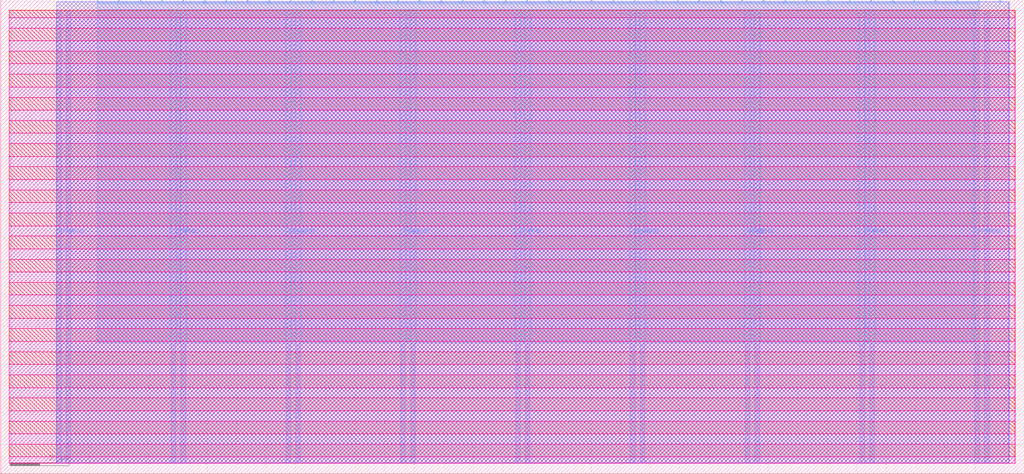
<source format=lef>
VERSION 5.7 ;
  NOWIREEXTENSIONATPIN ON ;
  DIVIDERCHAR "/" ;
  BUSBITCHARS "[]" ;
MACRO tt_um_flummer_ltc
  CLASS BLOCK ;
  FOREIGN tt_um_flummer_ltc ;
  ORIGIN 0.000 0.000 ;
  SIZE 346.640 BY 160.720 ;
  PIN VGND
    DIRECTION INOUT ;
    USE GROUND ;
    PORT
      LAYER Metal4 ;
        RECT 22.180 3.620 23.780 157.100 ;
    END
    PORT
      LAYER Metal4 ;
        RECT 61.050 3.620 62.650 157.100 ;
    END
    PORT
      LAYER Metal4 ;
        RECT 99.920 3.620 101.520 157.100 ;
    END
    PORT
      LAYER Metal4 ;
        RECT 138.790 3.620 140.390 157.100 ;
    END
    PORT
      LAYER Metal4 ;
        RECT 177.660 3.620 179.260 157.100 ;
    END
    PORT
      LAYER Metal4 ;
        RECT 216.530 3.620 218.130 157.100 ;
    END
    PORT
      LAYER Metal4 ;
        RECT 255.400 3.620 257.000 157.100 ;
    END
    PORT
      LAYER Metal4 ;
        RECT 294.270 3.620 295.870 157.100 ;
    END
    PORT
      LAYER Metal4 ;
        RECT 333.140 3.620 334.740 157.100 ;
    END
  END VGND
  PIN VPWR
    DIRECTION INOUT ;
    USE POWER ;
    PORT
      LAYER Metal4 ;
        RECT 18.880 3.620 20.480 157.100 ;
    END
    PORT
      LAYER Metal4 ;
        RECT 57.750 3.620 59.350 157.100 ;
    END
    PORT
      LAYER Metal4 ;
        RECT 96.620 3.620 98.220 157.100 ;
    END
    PORT
      LAYER Metal4 ;
        RECT 135.490 3.620 137.090 157.100 ;
    END
    PORT
      LAYER Metal4 ;
        RECT 174.360 3.620 175.960 157.100 ;
    END
    PORT
      LAYER Metal4 ;
        RECT 213.230 3.620 214.830 157.100 ;
    END
    PORT
      LAYER Metal4 ;
        RECT 252.100 3.620 253.700 157.100 ;
    END
    PORT
      LAYER Metal4 ;
        RECT 290.970 3.620 292.570 157.100 ;
    END
    PORT
      LAYER Metal4 ;
        RECT 329.840 3.620 331.440 157.100 ;
    END
  END VPWR
  PIN clk
    DIRECTION INPUT ;
    USE SIGNAL ;
    ANTENNAGATEAREA 4.738000 ;
    PORT
      LAYER Metal4 ;
        RECT 331.090 159.720 331.390 160.720 ;
    END
  END clk
  PIN ena
    DIRECTION INPUT ;
    USE SIGNAL ;
    PORT
      LAYER Metal4 ;
        RECT 338.370 159.720 338.670 160.720 ;
    END
  END ena
  PIN rst_n
    DIRECTION INPUT ;
    USE SIGNAL ;
    ANTENNAGATEAREA 0.396000 ;
    PORT
      LAYER Metal4 ;
        RECT 323.810 159.720 324.110 160.720 ;
    END
  END rst_n
  PIN ui_in[0]
    DIRECTION INPUT ;
    USE SIGNAL ;
    ANTENNAGATEAREA 0.741000 ;
    PORT
      LAYER Metal4 ;
        RECT 316.530 159.720 316.830 160.720 ;
    END
  END ui_in[0]
  PIN ui_in[1]
    DIRECTION INPUT ;
    USE SIGNAL ;
    ANTENNAGATEAREA 0.741000 ;
    PORT
      LAYER Metal4 ;
        RECT 309.250 159.720 309.550 160.720 ;
    END
  END ui_in[1]
  PIN ui_in[2]
    DIRECTION INPUT ;
    USE SIGNAL ;
    ANTENNAGATEAREA 0.498500 ;
    PORT
      LAYER Metal4 ;
        RECT 301.970 159.720 302.270 160.720 ;
    END
  END ui_in[2]
  PIN ui_in[3]
    DIRECTION INPUT ;
    USE SIGNAL ;
    ANTENNAGATEAREA 1.102000 ;
    PORT
      LAYER Metal4 ;
        RECT 294.690 159.720 294.990 160.720 ;
    END
  END ui_in[3]
  PIN ui_in[4]
    DIRECTION INPUT ;
    USE SIGNAL ;
    ANTENNAGATEAREA 0.396000 ;
    PORT
      LAYER Metal4 ;
        RECT 287.410 159.720 287.710 160.720 ;
    END
  END ui_in[4]
  PIN ui_in[5]
    DIRECTION INPUT ;
    USE SIGNAL ;
    ANTENNAGATEAREA 0.741000 ;
    PORT
      LAYER Metal4 ;
        RECT 280.130 159.720 280.430 160.720 ;
    END
  END ui_in[5]
  PIN ui_in[6]
    DIRECTION INPUT ;
    USE SIGNAL ;
    ANTENNAGATEAREA 0.396000 ;
    PORT
      LAYER Metal4 ;
        RECT 272.850 159.720 273.150 160.720 ;
    END
  END ui_in[6]
  PIN ui_in[7]
    DIRECTION INPUT ;
    USE SIGNAL ;
    ANTENNAGATEAREA 0.396000 ;
    PORT
      LAYER Metal4 ;
        RECT 265.570 159.720 265.870 160.720 ;
    END
  END ui_in[7]
  PIN uio_in[0]
    DIRECTION INPUT ;
    USE SIGNAL ;
    ANTENNAGATEAREA 1.102000 ;
    PORT
      LAYER Metal4 ;
        RECT 258.290 159.720 258.590 160.720 ;
    END
  END uio_in[0]
  PIN uio_in[1]
    DIRECTION INPUT ;
    USE SIGNAL ;
    ANTENNAGATEAREA 1.102000 ;
    PORT
      LAYER Metal4 ;
        RECT 251.010 159.720 251.310 160.720 ;
    END
  END uio_in[1]
  PIN uio_in[2]
    DIRECTION INPUT ;
    USE SIGNAL ;
    ANTENNAGATEAREA 1.102000 ;
    PORT
      LAYER Metal4 ;
        RECT 243.730 159.720 244.030 160.720 ;
    END
  END uio_in[2]
  PIN uio_in[3]
    DIRECTION INPUT ;
    USE SIGNAL ;
    ANTENNAGATEAREA 1.183000 ;
    PORT
      LAYER Metal4 ;
        RECT 236.450 159.720 236.750 160.720 ;
    END
  END uio_in[3]
  PIN uio_in[4]
    DIRECTION INPUT ;
    USE SIGNAL ;
    ANTENNAGATEAREA 1.183000 ;
    PORT
      LAYER Metal4 ;
        RECT 229.170 159.720 229.470 160.720 ;
    END
  END uio_in[4]
  PIN uio_in[5]
    DIRECTION INPUT ;
    USE SIGNAL ;
    ANTENNAGATEAREA 1.183000 ;
    PORT
      LAYER Metal4 ;
        RECT 221.890 159.720 222.190 160.720 ;
    END
  END uio_in[5]
  PIN uio_in[6]
    DIRECTION INPUT ;
    USE SIGNAL ;
    ANTENNAGATEAREA 1.183000 ;
    PORT
      LAYER Metal4 ;
        RECT 214.610 159.720 214.910 160.720 ;
    END
  END uio_in[6]
  PIN uio_in[7]
    DIRECTION INPUT ;
    USE SIGNAL ;
    PORT
      LAYER Metal4 ;
        RECT 207.330 159.720 207.630 160.720 ;
    END
  END uio_in[7]
  PIN uio_oe[0]
    DIRECTION OUTPUT ;
    USE SIGNAL ;
    ANTENNADIFFAREA 0.360800 ;
    PORT
      LAYER Metal4 ;
        RECT 83.570 159.720 83.870 160.720 ;
    END
  END uio_oe[0]
  PIN uio_oe[1]
    DIRECTION OUTPUT ;
    USE SIGNAL ;
    ANTENNADIFFAREA 0.360800 ;
    PORT
      LAYER Metal4 ;
        RECT 76.290 159.720 76.590 160.720 ;
    END
  END uio_oe[1]
  PIN uio_oe[2]
    DIRECTION OUTPUT ;
    USE SIGNAL ;
    ANTENNADIFFAREA 0.360800 ;
    PORT
      LAYER Metal4 ;
        RECT 69.010 159.720 69.310 160.720 ;
    END
  END uio_oe[2]
  PIN uio_oe[3]
    DIRECTION OUTPUT ;
    USE SIGNAL ;
    ANTENNADIFFAREA 0.360800 ;
    PORT
      LAYER Metal4 ;
        RECT 61.730 159.720 62.030 160.720 ;
    END
  END uio_oe[3]
  PIN uio_oe[4]
    DIRECTION OUTPUT ;
    USE SIGNAL ;
    ANTENNADIFFAREA 0.360800 ;
    PORT
      LAYER Metal4 ;
        RECT 54.450 159.720 54.750 160.720 ;
    END
  END uio_oe[4]
  PIN uio_oe[5]
    DIRECTION OUTPUT ;
    USE SIGNAL ;
    ANTENNADIFFAREA 0.360800 ;
    PORT
      LAYER Metal4 ;
        RECT 47.170 159.720 47.470 160.720 ;
    END
  END uio_oe[5]
  PIN uio_oe[6]
    DIRECTION OUTPUT ;
    USE SIGNAL ;
    ANTENNADIFFAREA 0.360800 ;
    PORT
      LAYER Metal4 ;
        RECT 39.890 159.720 40.190 160.720 ;
    END
  END uio_oe[6]
  PIN uio_oe[7]
    DIRECTION OUTPUT ;
    USE SIGNAL ;
    ANTENNADIFFAREA 0.536800 ;
    PORT
      LAYER Metal4 ;
        RECT 32.610 159.720 32.910 160.720 ;
    END
  END uio_oe[7]
  PIN uio_out[0]
    DIRECTION OUTPUT ;
    USE SIGNAL ;
    ANTENNADIFFAREA 0.360800 ;
    PORT
      LAYER Metal4 ;
        RECT 141.810 159.720 142.110 160.720 ;
    END
  END uio_out[0]
  PIN uio_out[1]
    DIRECTION OUTPUT ;
    USE SIGNAL ;
    ANTENNADIFFAREA 0.360800 ;
    PORT
      LAYER Metal4 ;
        RECT 134.530 159.720 134.830 160.720 ;
    END
  END uio_out[1]
  PIN uio_out[2]
    DIRECTION OUTPUT ;
    USE SIGNAL ;
    ANTENNADIFFAREA 0.360800 ;
    PORT
      LAYER Metal4 ;
        RECT 127.250 159.720 127.550 160.720 ;
    END
  END uio_out[2]
  PIN uio_out[3]
    DIRECTION OUTPUT ;
    USE SIGNAL ;
    ANTENNADIFFAREA 0.360800 ;
    PORT
      LAYER Metal4 ;
        RECT 119.970 159.720 120.270 160.720 ;
    END
  END uio_out[3]
  PIN uio_out[4]
    DIRECTION OUTPUT ;
    USE SIGNAL ;
    ANTENNADIFFAREA 0.360800 ;
    PORT
      LAYER Metal4 ;
        RECT 112.690 159.720 112.990 160.720 ;
    END
  END uio_out[4]
  PIN uio_out[5]
    DIRECTION OUTPUT ;
    USE SIGNAL ;
    ANTENNADIFFAREA 0.360800 ;
    PORT
      LAYER Metal4 ;
        RECT 105.410 159.720 105.710 160.720 ;
    END
  END uio_out[5]
  PIN uio_out[6]
    DIRECTION OUTPUT ;
    USE SIGNAL ;
    ANTENNADIFFAREA 0.360800 ;
    PORT
      LAYER Metal4 ;
        RECT 98.130 159.720 98.430 160.720 ;
    END
  END uio_out[6]
  PIN uio_out[7]
    DIRECTION OUTPUT ;
    USE SIGNAL ;
    ANTENNADIFFAREA 1.986000 ;
    PORT
      LAYER Metal4 ;
        RECT 90.850 159.720 91.150 160.720 ;
    END
  END uio_out[7]
  PIN uo_out[0]
    DIRECTION OUTPUT ;
    USE SIGNAL ;
    ANTENNADIFFAREA 2.932000 ;
    PORT
      LAYER Metal4 ;
        RECT 200.050 159.720 200.350 160.720 ;
    END
  END uo_out[0]
  PIN uo_out[1]
    DIRECTION OUTPUT ;
    USE SIGNAL ;
    ANTENNADIFFAREA 2.080400 ;
    PORT
      LAYER Metal4 ;
        RECT 192.770 159.720 193.070 160.720 ;
    END
  END uo_out[1]
  PIN uo_out[2]
    DIRECTION OUTPUT ;
    USE SIGNAL ;
    ANTENNADIFFAREA 2.080400 ;
    PORT
      LAYER Metal4 ;
        RECT 185.490 159.720 185.790 160.720 ;
    END
  END uo_out[2]
  PIN uo_out[3]
    DIRECTION OUTPUT ;
    USE SIGNAL ;
    ANTENNADIFFAREA 2.080400 ;
    PORT
      LAYER Metal4 ;
        RECT 178.210 159.720 178.510 160.720 ;
    END
  END uo_out[3]
  PIN uo_out[4]
    DIRECTION OUTPUT ;
    USE SIGNAL ;
    ANTENNADIFFAREA 1.986000 ;
    PORT
      LAYER Metal4 ;
        RECT 170.930 159.720 171.230 160.720 ;
    END
  END uo_out[4]
  PIN uo_out[5]
    DIRECTION OUTPUT ;
    USE SIGNAL ;
    ANTENNADIFFAREA 1.986000 ;
    PORT
      LAYER Metal4 ;
        RECT 163.650 159.720 163.950 160.720 ;
    END
  END uo_out[5]
  PIN uo_out[6]
    DIRECTION OUTPUT ;
    USE SIGNAL ;
    ANTENNADIFFAREA 1.986000 ;
    PORT
      LAYER Metal4 ;
        RECT 156.370 159.720 156.670 160.720 ;
    END
  END uo_out[6]
  PIN uo_out[7]
    DIRECTION OUTPUT ;
    USE SIGNAL ;
    ANTENNADIFFAREA 1.986000 ;
    PORT
      LAYER Metal4 ;
        RECT 149.090 159.720 149.390 160.720 ;
    END
  END uo_out[7]
  OBS
      LAYER Nwell ;
        RECT 2.930 154.640 343.710 157.230 ;
      LAYER Pwell ;
        RECT 2.930 151.120 343.710 154.640 ;
      LAYER Nwell ;
        RECT 2.930 146.800 343.710 151.120 ;
      LAYER Pwell ;
        RECT 2.930 143.280 343.710 146.800 ;
      LAYER Nwell ;
        RECT 2.930 138.960 343.710 143.280 ;
      LAYER Pwell ;
        RECT 2.930 135.440 343.710 138.960 ;
      LAYER Nwell ;
        RECT 2.930 131.120 343.710 135.440 ;
      LAYER Pwell ;
        RECT 2.930 127.600 343.710 131.120 ;
      LAYER Nwell ;
        RECT 2.930 123.280 343.710 127.600 ;
      LAYER Pwell ;
        RECT 2.930 119.760 343.710 123.280 ;
      LAYER Nwell ;
        RECT 2.930 115.440 343.710 119.760 ;
      LAYER Pwell ;
        RECT 2.930 111.920 343.710 115.440 ;
      LAYER Nwell ;
        RECT 2.930 107.600 343.710 111.920 ;
      LAYER Pwell ;
        RECT 2.930 104.080 343.710 107.600 ;
      LAYER Nwell ;
        RECT 2.930 99.760 343.710 104.080 ;
      LAYER Pwell ;
        RECT 2.930 96.240 343.710 99.760 ;
      LAYER Nwell ;
        RECT 2.930 91.920 343.710 96.240 ;
      LAYER Pwell ;
        RECT 2.930 88.400 343.710 91.920 ;
      LAYER Nwell ;
        RECT 2.930 84.080 343.710 88.400 ;
      LAYER Pwell ;
        RECT 2.930 80.560 343.710 84.080 ;
      LAYER Nwell ;
        RECT 2.930 76.240 343.710 80.560 ;
      LAYER Pwell ;
        RECT 2.930 72.720 343.710 76.240 ;
      LAYER Nwell ;
        RECT 2.930 68.400 343.710 72.720 ;
      LAYER Pwell ;
        RECT 2.930 64.880 343.710 68.400 ;
      LAYER Nwell ;
        RECT 2.930 60.560 343.710 64.880 ;
      LAYER Pwell ;
        RECT 2.930 57.040 343.710 60.560 ;
      LAYER Nwell ;
        RECT 2.930 52.720 343.710 57.040 ;
      LAYER Pwell ;
        RECT 2.930 49.200 343.710 52.720 ;
      LAYER Nwell ;
        RECT 2.930 44.880 343.710 49.200 ;
      LAYER Pwell ;
        RECT 2.930 41.360 343.710 44.880 ;
      LAYER Nwell ;
        RECT 2.930 37.040 343.710 41.360 ;
      LAYER Pwell ;
        RECT 2.930 33.520 343.710 37.040 ;
      LAYER Nwell ;
        RECT 2.930 29.200 343.710 33.520 ;
      LAYER Pwell ;
        RECT 2.930 25.680 343.710 29.200 ;
      LAYER Nwell ;
        RECT 2.930 21.360 343.710 25.680 ;
      LAYER Pwell ;
        RECT 2.930 17.840 343.710 21.360 ;
      LAYER Nwell ;
        RECT 2.930 13.520 343.710 17.840 ;
      LAYER Pwell ;
        RECT 2.930 10.000 343.710 13.520 ;
      LAYER Nwell ;
        RECT 2.930 5.680 343.710 10.000 ;
      LAYER Pwell ;
        RECT 2.930 3.490 343.710 5.680 ;
      LAYER Metal1 ;
        RECT 3.360 3.620 343.280 157.100 ;
      LAYER Metal2 ;
        RECT 19.020 3.730 341.460 160.070 ;
      LAYER Metal3 ;
        RECT 18.970 3.780 341.510 160.020 ;
      LAYER Metal4 ;
        RECT 33.210 159.420 39.590 159.890 ;
        RECT 40.490 159.420 46.870 159.890 ;
        RECT 47.770 159.420 54.150 159.890 ;
        RECT 55.050 159.420 61.430 159.890 ;
        RECT 62.330 159.420 68.710 159.890 ;
        RECT 69.610 159.420 75.990 159.890 ;
        RECT 76.890 159.420 83.270 159.890 ;
        RECT 84.170 159.420 90.550 159.890 ;
        RECT 91.450 159.420 97.830 159.890 ;
        RECT 98.730 159.420 105.110 159.890 ;
        RECT 106.010 159.420 112.390 159.890 ;
        RECT 113.290 159.420 119.670 159.890 ;
        RECT 120.570 159.420 126.950 159.890 ;
        RECT 127.850 159.420 134.230 159.890 ;
        RECT 135.130 159.420 141.510 159.890 ;
        RECT 142.410 159.420 148.790 159.890 ;
        RECT 149.690 159.420 156.070 159.890 ;
        RECT 156.970 159.420 163.350 159.890 ;
        RECT 164.250 159.420 170.630 159.890 ;
        RECT 171.530 159.420 177.910 159.890 ;
        RECT 178.810 159.420 185.190 159.890 ;
        RECT 186.090 159.420 192.470 159.890 ;
        RECT 193.370 159.420 199.750 159.890 ;
        RECT 200.650 159.420 207.030 159.890 ;
        RECT 207.930 159.420 214.310 159.890 ;
        RECT 215.210 159.420 221.590 159.890 ;
        RECT 222.490 159.420 228.870 159.890 ;
        RECT 229.770 159.420 236.150 159.890 ;
        RECT 237.050 159.420 243.430 159.890 ;
        RECT 244.330 159.420 250.710 159.890 ;
        RECT 251.610 159.420 257.990 159.890 ;
        RECT 258.890 159.420 265.270 159.890 ;
        RECT 266.170 159.420 272.550 159.890 ;
        RECT 273.450 159.420 279.830 159.890 ;
        RECT 280.730 159.420 287.110 159.890 ;
        RECT 288.010 159.420 294.390 159.890 ;
        RECT 295.290 159.420 301.670 159.890 ;
        RECT 302.570 159.420 308.950 159.890 ;
        RECT 309.850 159.420 316.230 159.890 ;
        RECT 317.130 159.420 323.510 159.890 ;
        RECT 324.410 159.420 330.790 159.890 ;
        RECT 32.620 157.400 331.380 159.420 ;
        RECT 32.620 44.330 57.450 157.400 ;
        RECT 59.650 44.330 60.750 157.400 ;
        RECT 62.950 44.330 96.320 157.400 ;
        RECT 98.520 44.330 99.620 157.400 ;
        RECT 101.820 44.330 135.190 157.400 ;
        RECT 137.390 44.330 138.490 157.400 ;
        RECT 140.690 44.330 174.060 157.400 ;
        RECT 176.260 44.330 177.360 157.400 ;
        RECT 179.560 44.330 212.930 157.400 ;
        RECT 215.130 44.330 216.230 157.400 ;
        RECT 218.430 44.330 251.800 157.400 ;
        RECT 254.000 44.330 255.100 157.400 ;
        RECT 257.300 44.330 290.670 157.400 ;
        RECT 292.870 44.330 293.970 157.400 ;
        RECT 296.170 44.330 329.540 157.400 ;
  END
END tt_um_flummer_ltc
END LIBRARY


</source>
